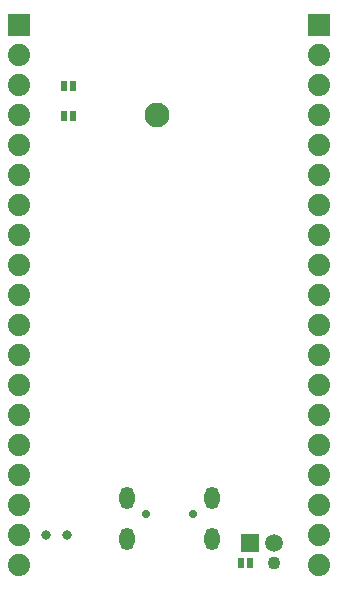
<source format=gbr>
G04 #@! TF.GenerationSoftware,KiCad,Pcbnew,5.1.0-rc2-unknown-036be7d~80~ubuntu16.04.1*
G04 #@! TF.CreationDate,2023-10-02T14:06:35+03:00*
G04 #@! TF.ProjectId,ESP32-DevKit-Lipo_Rev_D,45535033-322d-4446-9576-4b69742d4c69,D*
G04 #@! TF.SameCoordinates,Original*
G04 #@! TF.FileFunction,Soldermask,Bot*
G04 #@! TF.FilePolarity,Negative*
%FSLAX46Y46*%
G04 Gerber Fmt 4.6, Leading zero omitted, Abs format (unit mm)*
G04 Created by KiCad (PCBNEW 5.1.0-rc2-unknown-036be7d~80~ubuntu16.04.1) date 2023-10-02 14:06:35*
%MOMM*%
%LPD*%
G04 APERTURE LIST*
%ADD10C,2.101600*%
%ADD11C,1.501600*%
%ADD12R,1.501600X1.501600*%
%ADD13R,0.609600X0.863600*%
%ADD14C,1.101600*%
%ADD15C,1.879600*%
%ADD16R,1.879600X1.879600*%
%ADD17C,0.701600*%
%ADD18O,1.301600X1.901600*%
%ADD19C,0.801600*%
G04 APERTURE END LIST*
D10*
X142510000Y-80022000D03*
D11*
X152384760Y-116222780D03*
D12*
X150355300Y-116225320D03*
D13*
X150368000Y-117983000D03*
X149606000Y-117983000D03*
D14*
X152400000Y-117983000D03*
D15*
X130810000Y-80010000D03*
X130810000Y-77470000D03*
X130810000Y-74930000D03*
D16*
X130810000Y-72390000D03*
D15*
X130810000Y-82550000D03*
X130810000Y-85090000D03*
X130810000Y-90170000D03*
X130810000Y-87630000D03*
X130810000Y-92710000D03*
X130810000Y-95250000D03*
X130810000Y-100330000D03*
X130810000Y-97790000D03*
X130810000Y-102870000D03*
X130810000Y-105410000D03*
X130810000Y-110490000D03*
X130810000Y-107950000D03*
X130810000Y-118110000D03*
X130810000Y-115570000D03*
X130810000Y-113030000D03*
X156210000Y-80010000D03*
X156210000Y-77470000D03*
X156210000Y-74930000D03*
D16*
X156210000Y-72390000D03*
D15*
X156210000Y-82550000D03*
X156210000Y-85090000D03*
X156210000Y-90170000D03*
X156210000Y-87630000D03*
X156210000Y-92710000D03*
X156210000Y-95250000D03*
X156210000Y-100330000D03*
X156210000Y-97790000D03*
X156210000Y-102870000D03*
X156210000Y-105410000D03*
X156210000Y-110490000D03*
X156210000Y-107950000D03*
X156210000Y-118110000D03*
X156210000Y-115570000D03*
X156210000Y-113030000D03*
D17*
X141510000Y-113797000D03*
X145510000Y-113797000D03*
D18*
X139910000Y-115947000D03*
X139910000Y-112477000D03*
X147110000Y-112477000D03*
X147110000Y-115947000D03*
D19*
X134885000Y-115570000D03*
X133085000Y-115570000D03*
D13*
X135382000Y-80137000D03*
X134620000Y-80137000D03*
X135382000Y-77597000D03*
X134620000Y-77597000D03*
M02*

</source>
